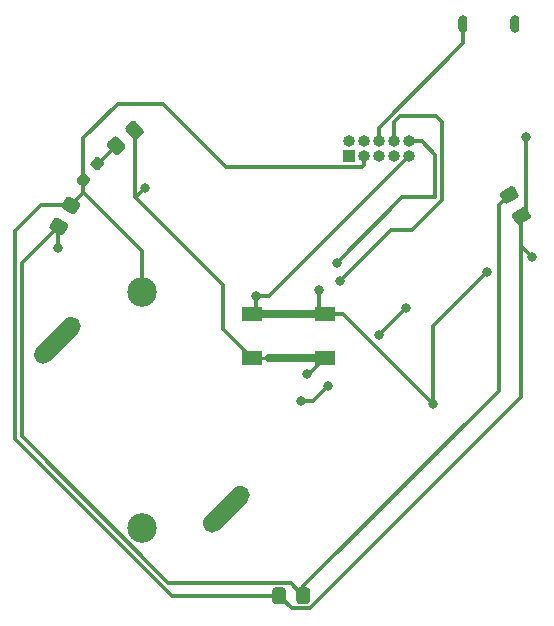
<source format=gbr>
G04 #@! TF.GenerationSoftware,KiCad,Pcbnew,(5.1.9-0-10_14)*
G04 #@! TF.CreationDate,2021-03-14T11:16:57+08:00*
G04 #@! TF.ProjectId,mops-out,6d6f7073-2d6f-4757-942e-6b696361645f,rev?*
G04 #@! TF.SameCoordinates,Original*
G04 #@! TF.FileFunction,Copper,L2,Bot*
G04 #@! TF.FilePolarity,Positive*
%FSLAX46Y46*%
G04 Gerber Fmt 4.6, Leading zero omitted, Abs format (unit mm)*
G04 Created by KiCad (PCBNEW (5.1.9-0-10_14)) date 2021-03-14 11:16:57*
%MOMM*%
%LPD*%
G01*
G04 APERTURE LIST*
G04 #@! TA.AperFunction,ComponentPad*
%ADD10C,2.499995*%
G04 #@! TD*
G04 #@! TA.AperFunction,SMDPad,CuDef*
%ADD11R,1.799996X1.199896*%
G04 #@! TD*
G04 #@! TA.AperFunction,ComponentPad*
%ADD12O,1.000000X1.000000*%
G04 #@! TD*
G04 #@! TA.AperFunction,ComponentPad*
%ADD13R,1.000000X1.000000*%
G04 #@! TD*
G04 #@! TA.AperFunction,ComponentPad*
%ADD14O,0.762000X1.524000*%
G04 #@! TD*
G04 #@! TA.AperFunction,ViaPad*
%ADD15C,0.800000*%
G04 #@! TD*
G04 #@! TA.AperFunction,Conductor*
%ADD16C,0.650000*%
G04 #@! TD*
G04 #@! TA.AperFunction,Conductor*
%ADD17C,0.350000*%
G04 #@! TD*
G04 #@! TA.AperFunction,Conductor*
%ADD18C,0.250000*%
G04 #@! TD*
G04 APERTURE END LIST*
D10*
X115570000Y-91279980D03*
X115570000Y-71280020D03*
G04 #@! TA.AperFunction,ComponentPad*
G36*
G01*
X124487863Y-89063705D02*
X122083705Y-91467863D01*
G75*
G02*
X120952337Y-91467863I-565684J565684D01*
G01*
X120952337Y-91467863D01*
G75*
G02*
X120952337Y-90336495I565684J565684D01*
G01*
X123356495Y-87932337D01*
G75*
G02*
X124487863Y-87932337I565684J-565684D01*
G01*
X124487863Y-87932337D01*
G75*
G02*
X124487863Y-89063705I-565684J-565684D01*
G01*
G37*
G04 #@! TD.AperFunction*
G04 #@! TA.AperFunction,ComponentPad*
G36*
G01*
X110187663Y-74763505D02*
X107783505Y-77167663D01*
G75*
G02*
X106652137Y-77167663I-565684J565684D01*
G01*
X106652137Y-77167663D01*
G75*
G02*
X106652137Y-76036295I565684J565684D01*
G01*
X109056295Y-73632137D01*
G75*
G02*
X110187663Y-73632137I565684J-565684D01*
G01*
X110187663Y-73632137D01*
G75*
G02*
X110187663Y-74763505I-565684J-565684D01*
G01*
G37*
G04 #@! TD.AperFunction*
G04 #@! TA.AperFunction,SMDPad,CuDef*
G36*
G01*
X110754879Y-61302907D02*
X111118750Y-61608231D01*
G75*
G02*
X111148024Y-61942829I-152662J-181936D01*
G01*
X110826631Y-62325851D01*
G75*
G02*
X110492033Y-62355125I-181936J152662D01*
G01*
X110128162Y-62049801D01*
G75*
G02*
X110098888Y-61715203I152662J181936D01*
G01*
X110420281Y-61332181D01*
G75*
G02*
X110754879Y-61302907I181936J-152662D01*
G01*
G37*
G04 #@! TD.AperFunction*
G04 #@! TA.AperFunction,SMDPad,CuDef*
G36*
G01*
X111927967Y-59904875D02*
X112291838Y-60210199D01*
G75*
G02*
X112321112Y-60544797I-152662J-181936D01*
G01*
X111999719Y-60927819D01*
G75*
G02*
X111665121Y-60957093I-181936J152662D01*
G01*
X111301250Y-60651769D01*
G75*
G02*
X111271976Y-60317171I152662J181936D01*
G01*
X111593369Y-59934149D01*
G75*
G02*
X111927967Y-59904875I181936J-152662D01*
G01*
G37*
G04 #@! TD.AperFunction*
G04 #@! TA.AperFunction,SMDPad,CuDef*
G36*
G01*
X113547167Y-58209730D02*
X114125677Y-58899171D01*
G75*
G02*
X114094863Y-59251377I-191510J-160696D01*
G01*
X113596933Y-59669190D01*
G75*
G02*
X113244727Y-59638376I-160696J191510D01*
G01*
X112666217Y-58948935D01*
G75*
G02*
X112697031Y-58596729I191510J160696D01*
G01*
X113194961Y-58178916D01*
G75*
G02*
X113547167Y-58209730I160696J-191510D01*
G01*
G37*
G04 #@! TD.AperFunction*
G04 #@! TA.AperFunction,SMDPad,CuDef*
G36*
G01*
X115117559Y-56892016D02*
X115696069Y-57581457D01*
G75*
G02*
X115665255Y-57933663I-191510J-160696D01*
G01*
X115167325Y-58351476D01*
G75*
G02*
X114815119Y-58320662I-160696J191510D01*
G01*
X114236609Y-57631221D01*
G75*
G02*
X114267423Y-57279015I191510J160696D01*
G01*
X114765353Y-56861202D01*
G75*
G02*
X115117559Y-56892016I160696J-191510D01*
G01*
G37*
G04 #@! TD.AperFunction*
D11*
X131100070Y-73149991D03*
X131100070Y-76850009D03*
X124899930Y-73149991D03*
X124899930Y-76850009D03*
G04 #@! TA.AperFunction,SMDPad,CuDef*
G36*
G01*
X147035288Y-64574712D02*
X147814713Y-64124711D01*
G75*
G02*
X148156217Y-64216216I124999J-216505D01*
G01*
X148481218Y-64779135D01*
G75*
G02*
X148389713Y-65120640I-216505J-125000D01*
G01*
X147610288Y-65570641D01*
G75*
G02*
X147268783Y-65479135I-125000J216505D01*
G01*
X146943782Y-64916216D01*
G75*
G02*
X147035288Y-64574712I216505J124999D01*
G01*
G37*
G04 #@! TD.AperFunction*
G04 #@! TA.AperFunction,SMDPad,CuDef*
G36*
G01*
X146010288Y-62799360D02*
X146789713Y-62349359D01*
G75*
G02*
X147131217Y-62440864I124999J-216505D01*
G01*
X147456218Y-63003783D01*
G75*
G02*
X147364713Y-63345288I-216505J-125000D01*
G01*
X146585288Y-63795289D01*
G75*
G02*
X146243783Y-63703783I-125000J216505D01*
G01*
X145918782Y-63140864D01*
G75*
G02*
X146010288Y-62799360I216505J124999D01*
G01*
G37*
G04 #@! TD.AperFunction*
G04 #@! TA.AperFunction,SMDPad,CuDef*
G36*
G01*
X127770000Y-96569999D02*
X127770000Y-97470001D01*
G75*
G02*
X127520001Y-97720000I-249999J0D01*
G01*
X126869999Y-97720000D01*
G75*
G02*
X126620000Y-97470001I0J249999D01*
G01*
X126620000Y-96569999D01*
G75*
G02*
X126869999Y-96320000I249999J0D01*
G01*
X127520001Y-96320000D01*
G75*
G02*
X127770000Y-96569999I0J-249999D01*
G01*
G37*
G04 #@! TD.AperFunction*
G04 #@! TA.AperFunction,SMDPad,CuDef*
G36*
G01*
X129820000Y-96569999D02*
X129820000Y-97470001D01*
G75*
G02*
X129570001Y-97720000I-249999J0D01*
G01*
X128919999Y-97720000D01*
G75*
G02*
X128670000Y-97470001I0J249999D01*
G01*
X128670000Y-96569999D01*
G75*
G02*
X128919999Y-96320000I249999J0D01*
G01*
X129570001Y-96320000D01*
G75*
G02*
X129820000Y-96569999I0J-249999D01*
G01*
G37*
G04 #@! TD.AperFunction*
G04 #@! TA.AperFunction,SMDPad,CuDef*
G36*
G01*
X109674713Y-64695289D02*
X108895287Y-64245288D01*
G75*
G02*
X108803782Y-63903784I125000J216505D01*
G01*
X109128783Y-63340865D01*
G75*
G02*
X109470288Y-63249359I216505J-124999D01*
G01*
X110249713Y-63699360D01*
G75*
G02*
X110341218Y-64040864I-125000J-216505D01*
G01*
X110016217Y-64603783D01*
G75*
G02*
X109674713Y-64695289I-216505J124999D01*
G01*
G37*
G04 #@! TD.AperFunction*
G04 #@! TA.AperFunction,SMDPad,CuDef*
G36*
G01*
X108649713Y-66470641D02*
X107870287Y-66020640D01*
G75*
G02*
X107778782Y-65679136I125000J216505D01*
G01*
X108103783Y-65116217D01*
G75*
G02*
X108445288Y-65024711I216505J-124999D01*
G01*
X109224713Y-65474712D01*
G75*
G02*
X109316218Y-65816216I-125000J-216505D01*
G01*
X108991217Y-66379135D01*
G75*
G02*
X108649713Y-66470641I-216505J124999D01*
G01*
G37*
G04 #@! TD.AperFunction*
D12*
X138176000Y-59817000D03*
X138176000Y-58547000D03*
X136906000Y-59817000D03*
X136906000Y-58547000D03*
X135636000Y-59817000D03*
X135636000Y-58547000D03*
X134366000Y-59817000D03*
X134366000Y-58547000D03*
X133096000Y-58547000D03*
D13*
X133096000Y-59817000D03*
D14*
X142800106Y-48600000D03*
X147199894Y-48600000D03*
D15*
X125222000Y-71628000D03*
X140208000Y-80772000D03*
X144780000Y-69596000D03*
X130556000Y-71120000D03*
X132080000Y-68834000D03*
X137935000Y-72644000D03*
X135636000Y-74930000D03*
X132334000Y-70358000D03*
X148590000Y-68326000D03*
X148082000Y-58166000D03*
X129032000Y-80518000D03*
X131318000Y-79248000D03*
X129540000Y-78232000D03*
X115824000Y-62484000D03*
X108458000Y-67564000D03*
D16*
X124899930Y-73149991D02*
X131100070Y-73149991D01*
D17*
X125222000Y-72827921D02*
X124899930Y-73149991D01*
X125222000Y-71628000D02*
X125222000Y-72827921D01*
X142800106Y-50224064D02*
X142800106Y-48600000D01*
X135636000Y-57388170D02*
X142800106Y-50224064D01*
X135636000Y-58547000D02*
X135636000Y-57388170D01*
X126365000Y-71628000D02*
X125222000Y-71628000D01*
X138176000Y-59817000D02*
X126365000Y-71628000D01*
X132585991Y-73149991D02*
X140208000Y-80772000D01*
X131100070Y-73149991D02*
X132585991Y-73149991D01*
X140208000Y-74168000D02*
X140208000Y-80772000D01*
X144780000Y-69596000D02*
X140208000Y-74168000D01*
X130556000Y-72605921D02*
X131100070Y-73149991D01*
X130556000Y-71120000D02*
X130556000Y-72605921D01*
X138176000Y-58547000D02*
X139276990Y-58547000D01*
X139276990Y-58547000D02*
X140419990Y-59690000D01*
X140419990Y-59690000D02*
X140419990Y-63272180D01*
X137641820Y-63272180D02*
X132080000Y-68834000D01*
X140419990Y-63272180D02*
X137641820Y-63272180D01*
X137922000Y-72644000D02*
X135636000Y-74930000D01*
X137935000Y-72644000D02*
X137922000Y-72644000D01*
X132334000Y-70358000D02*
X136652000Y-66040000D01*
X136652000Y-66040000D02*
X138430000Y-66040000D01*
X138430000Y-66040000D02*
X140970000Y-63500000D01*
X140970000Y-63500000D02*
X140970000Y-56896000D01*
X140970000Y-56896000D02*
X140462000Y-56388000D01*
X140462000Y-56388000D02*
X137414000Y-56388000D01*
X136906000Y-56896000D02*
X136906000Y-58547000D01*
X137414000Y-56388000D02*
X136906000Y-56896000D01*
X109572500Y-63972324D02*
X108706039Y-63972324D01*
X129828890Y-98095010D02*
X147712500Y-80211400D01*
X128270010Y-98095010D02*
X129828890Y-98095010D01*
X127195000Y-97020000D02*
X128270010Y-98095010D01*
X147712500Y-80211400D02*
X147712500Y-74607500D01*
X147712500Y-74607500D02*
X147712500Y-75482500D01*
X147712500Y-74607500D02*
X147712500Y-64847676D01*
X109572500Y-63972324D02*
X107017676Y-63972324D01*
X110623456Y-62921368D02*
X109572500Y-63972324D01*
X110623456Y-61829016D02*
X110623456Y-62921368D01*
X107017676Y-63972324D02*
X106196000Y-64794000D01*
X106196000Y-64794000D02*
X106000000Y-64990000D01*
X118127191Y-97020000D02*
X122928000Y-97020000D01*
X104859990Y-83752799D02*
X118127191Y-97020000D01*
X106196000Y-64794000D02*
X104859990Y-66130010D01*
X104859990Y-66130010D02*
X104859990Y-83752799D01*
X122928000Y-97020000D02*
X122562170Y-97020000D01*
X127195000Y-97020000D02*
X122928000Y-97020000D01*
X110623456Y-61829016D02*
X110623456Y-62871456D01*
X115570000Y-67818000D02*
X115570000Y-71280020D01*
X110623456Y-62871456D02*
X115570000Y-67818000D01*
X147712500Y-67448500D02*
X147712500Y-64847676D01*
X148590000Y-68326000D02*
X147712500Y-67448500D01*
X148082000Y-64478176D02*
X147712500Y-64847676D01*
X148082000Y-58166000D02*
X148082000Y-64478176D01*
X134366000Y-60524106D02*
X134366000Y-59817000D01*
X122668001Y-60692001D02*
X134198105Y-60692001D01*
X134198105Y-60692001D02*
X134366000Y-60524106D01*
X117348000Y-55372000D02*
X122668001Y-60692001D01*
X110623456Y-61829016D02*
X110623456Y-58286544D01*
X113538000Y-55372000D02*
X117348000Y-55372000D01*
X110623456Y-58286544D02*
X113538000Y-55372000D01*
X130048000Y-80518000D02*
X131318000Y-79248000D01*
X129032000Y-80518000D02*
X130048000Y-80518000D01*
D18*
X124899939Y-76850000D02*
X124899930Y-76850009D01*
X126350000Y-76850000D02*
X124899939Y-76850000D01*
D16*
X131100061Y-76850000D02*
X131100070Y-76850009D01*
X126350000Y-76850000D02*
X131100061Y-76850000D01*
D17*
X114966339Y-63246339D02*
X122450000Y-70730000D01*
X122450000Y-74400079D02*
X124899930Y-76850009D01*
X122450000Y-70730000D02*
X122450000Y-74400079D01*
X129718079Y-78232000D02*
X131100070Y-76850009D01*
X129540000Y-78232000D02*
X129718079Y-78232000D01*
X115824000Y-62484000D02*
X115220339Y-63087661D01*
X115220339Y-63087661D02*
X114966339Y-63087661D01*
X114966339Y-63087661D02*
X114966339Y-63246339D01*
X114966339Y-57606339D02*
X114966339Y-63087661D01*
X129245000Y-97020000D02*
X129245000Y-96195000D01*
X129245000Y-96195000D02*
X145790000Y-79650000D01*
X145790000Y-63969824D02*
X146687500Y-63072324D01*
X145790000Y-79650000D02*
X145790000Y-63969824D01*
X128169990Y-95944990D02*
X129245000Y-97020000D01*
X117830012Y-95944990D02*
X128169990Y-95944990D01*
X105410000Y-83524978D02*
X117830012Y-95944990D01*
X105410000Y-68885176D02*
X105410000Y-83524978D01*
X108547500Y-65747676D02*
X105410000Y-68885176D01*
X108458000Y-65837176D02*
X108547500Y-65747676D01*
X108458000Y-67564000D02*
X108458000Y-65837176D01*
X111889016Y-60430984D02*
X113395947Y-58924053D01*
X111796544Y-60430984D02*
X111889016Y-60430984D01*
M02*

</source>
